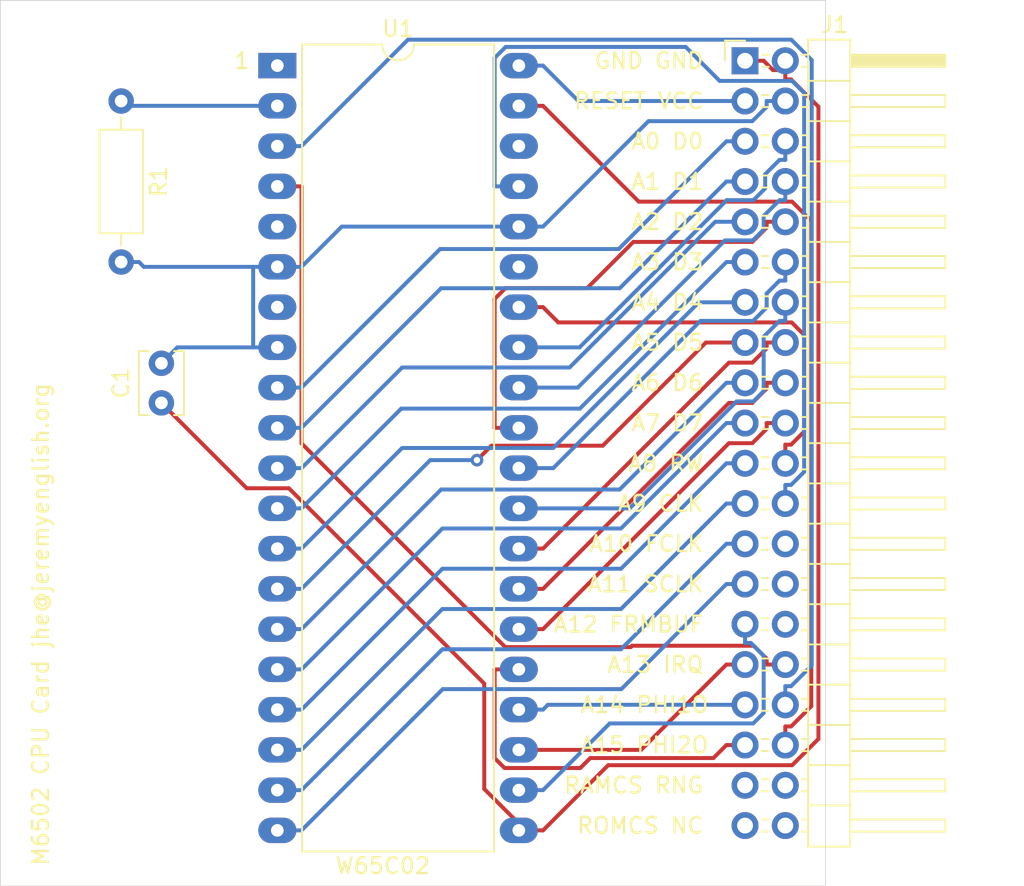
<source format=kicad_pcb>
(kicad_pcb (version 20171130) (host pcbnew "(5.1.12)-1")

  (general
    (thickness 1.6)
    (drawings 28)
    (tracks 229)
    (zones 0)
    (modules 4)
    (nets 46)
  )

  (page A4)
  (layers
    (0 F.Cu signal)
    (31 B.Cu signal)
    (32 B.Adhes user)
    (33 F.Adhes user)
    (34 B.Paste user)
    (35 F.Paste user)
    (36 B.SilkS user)
    (37 F.SilkS user)
    (38 B.Mask user)
    (39 F.Mask user)
    (40 Dwgs.User user)
    (41 Cmts.User user)
    (42 Eco1.User user)
    (43 Eco2.User user)
    (44 Edge.Cuts user)
    (45 Margin user)
    (46 B.CrtYd user)
    (47 F.CrtYd user)
    (48 B.Fab user)
    (49 F.Fab user)
  )

  (setup
    (last_trace_width 0.25)
    (trace_clearance 0.2)
    (zone_clearance 0.508)
    (zone_45_only no)
    (trace_min 0.2)
    (via_size 0.8)
    (via_drill 0.4)
    (via_min_size 0.4)
    (via_min_drill 0.3)
    (uvia_size 0.3)
    (uvia_drill 0.1)
    (uvias_allowed no)
    (uvia_min_size 0.2)
    (uvia_min_drill 0.1)
    (edge_width 0.05)
    (segment_width 0.2)
    (pcb_text_width 0.3)
    (pcb_text_size 1.5 1.5)
    (mod_edge_width 0.12)
    (mod_text_size 1 1)
    (mod_text_width 0.15)
    (pad_size 1.7 1.7)
    (pad_drill 1)
    (pad_to_mask_clearance 0)
    (aux_axis_origin 0 0)
    (visible_elements 7FFFFFFF)
    (pcbplotparams
      (layerselection 0x010fc_ffffffff)
      (usegerberextensions true)
      (usegerberattributes false)
      (usegerberadvancedattributes false)
      (creategerberjobfile false)
      (excludeedgelayer true)
      (linewidth 0.100000)
      (plotframeref false)
      (viasonmask false)
      (mode 1)
      (useauxorigin false)
      (hpglpennumber 1)
      (hpglpenspeed 20)
      (hpglpendiameter 15.000000)
      (psnegative false)
      (psa4output false)
      (plotreference true)
      (plotvalue false)
      (plotinvisibletext false)
      (padsonsilk false)
      (subtractmaskfromsilk true)
      (outputformat 1)
      (mirror false)
      (drillshape 0)
      (scaleselection 1)
      (outputdirectory ""))
  )

  (net 0 "")
  (net 1 GND)
  (net 2 "Net-(J1-Pad20)")
  (net 3 +5V)
  (net 4 "Net-(J1-Pad19)")
  (net 5 /D0)
  (net 6 /A15)
  (net 7 /D1)
  (net 8 /A14)
  (net 9 /D2)
  (net 10 /A13)
  (net 11 /D3)
  (net 12 /A12)
  (net 13 /D4)
  (net 14 /A11)
  (net 15 /D5)
  (net 16 /A10)
  (net 17 /D6)
  (net 18 /A9)
  (net 19 /D7)
  (net 20 /A8)
  (net 21 /RW)
  (net 22 /A7)
  (net 23 /CLK)
  (net 24 /A6)
  (net 25 /FCLK)
  (net 26 /A5)
  (net 27 /SCLK)
  (net 28 /A4)
  (net 29 /FRMBUF)
  (net 30 /A3)
  (net 31 /IRQ)
  (net 32 /A2)
  (net 33 /PHI1out)
  (net 34 /A1)
  (net 35 /PHI2out)
  (net 36 /A0)
  (net 37 /RNG)
  (net 38 /RESET)
  (net 39 "Net-(J1-Pad21)")
  (net 40 "Net-(R1-Pad1)")
  (net 41 "Net-(U1-Pad1)")
  (net 42 "Net-(U1-Pad5)")
  (net 43 "Net-(U1-Pad7)")
  (net 44 "Net-(U1-Pad35)")
  (net 45 "Net-(U1-Pad38)")

  (net_class Default "This is the default net class."
    (clearance 0.2)
    (trace_width 0.25)
    (via_dia 0.8)
    (via_drill 0.4)
    (uvia_dia 0.3)
    (uvia_drill 0.1)
    (add_net +5V)
    (add_net /A0)
    (add_net /A1)
    (add_net /A10)
    (add_net /A11)
    (add_net /A12)
    (add_net /A13)
    (add_net /A14)
    (add_net /A15)
    (add_net /A2)
    (add_net /A3)
    (add_net /A4)
    (add_net /A5)
    (add_net /A6)
    (add_net /A7)
    (add_net /A8)
    (add_net /A9)
    (add_net /CLK)
    (add_net /D0)
    (add_net /D1)
    (add_net /D2)
    (add_net /D3)
    (add_net /D4)
    (add_net /D5)
    (add_net /D6)
    (add_net /D7)
    (add_net /FCLK)
    (add_net /FRMBUF)
    (add_net /IRQ)
    (add_net /PHI1out)
    (add_net /PHI2out)
    (add_net /RESET)
    (add_net /RNG)
    (add_net /RW)
    (add_net /SCLK)
    (add_net GND)
    (add_net "Net-(J1-Pad19)")
    (add_net "Net-(J1-Pad20)")
    (add_net "Net-(J1-Pad21)")
    (add_net "Net-(R1-Pad1)")
    (add_net "Net-(U1-Pad1)")
    (add_net "Net-(U1-Pad35)")
    (add_net "Net-(U1-Pad38)")
    (add_net "Net-(U1-Pad5)")
    (add_net "Net-(U1-Pad7)")
  )

  (module m6502:PinHeader_2x20_P2.54mm_Horizontal_Counter_Clockwise (layer F.Cu) (tedit 633AA30E) (tstamp 633B5AE5)
    (at 156.21 48.26)
    (descr "Through hole angled pin header, 2x20, 2.54mm pitch, 6mm pin length, double rows")
    (tags "Through hole angled pin header THT 2x20 2.54mm double row")
    (path /63389230)
    (fp_text reference J1 (at 5.655 -2.27 180) (layer F.SilkS)
      (effects (font (size 1 1) (thickness 0.15)))
    )
    (fp_text value Conn_02x20_Counter_Clockwise (at 5.655 50.53 180) (layer F.Fab)
      (effects (font (size 1 1) (thickness 0.15)))
    )
    (fp_line (start 4.675 -1.27) (end 6.58 -1.27) (layer F.Fab) (width 0.1))
    (fp_line (start 6.58 -1.27) (end 6.58 49.53) (layer F.Fab) (width 0.1))
    (fp_line (start 6.58 49.53) (end 4.04 49.53) (layer F.Fab) (width 0.1))
    (fp_line (start 4.04 49.53) (end 4.04 -0.635) (layer F.Fab) (width 0.1))
    (fp_line (start 4.04 -0.635) (end 4.675 -1.27) (layer F.Fab) (width 0.1))
    (fp_line (start -0.32 -0.32) (end 4.04 -0.32) (layer F.Fab) (width 0.1))
    (fp_line (start -0.32 -0.32) (end -0.32 0.32) (layer F.Fab) (width 0.1))
    (fp_line (start -0.32 0.32) (end 4.04 0.32) (layer F.Fab) (width 0.1))
    (fp_line (start 6.58 -0.32) (end 12.58 -0.32) (layer F.Fab) (width 0.1))
    (fp_line (start 12.58 -0.32) (end 12.58 0.32) (layer F.Fab) (width 0.1))
    (fp_line (start 6.58 0.32) (end 12.58 0.32) (layer F.Fab) (width 0.1))
    (fp_line (start -0.32 2.22) (end 4.04 2.22) (layer F.Fab) (width 0.1))
    (fp_line (start -0.32 2.22) (end -0.32 2.86) (layer F.Fab) (width 0.1))
    (fp_line (start -0.32 2.86) (end 4.04 2.86) (layer F.Fab) (width 0.1))
    (fp_line (start 6.58 2.22) (end 12.58 2.22) (layer F.Fab) (width 0.1))
    (fp_line (start 12.58 2.22) (end 12.58 2.86) (layer F.Fab) (width 0.1))
    (fp_line (start 6.58 2.86) (end 12.58 2.86) (layer F.Fab) (width 0.1))
    (fp_line (start -0.32 4.76) (end 4.04 4.76) (layer F.Fab) (width 0.1))
    (fp_line (start -0.32 4.76) (end -0.32 5.4) (layer F.Fab) (width 0.1))
    (fp_line (start -0.32 5.4) (end 4.04 5.4) (layer F.Fab) (width 0.1))
    (fp_line (start 6.58 4.76) (end 12.58 4.76) (layer F.Fab) (width 0.1))
    (fp_line (start 12.58 4.76) (end 12.58 5.4) (layer F.Fab) (width 0.1))
    (fp_line (start 6.58 5.4) (end 12.58 5.4) (layer F.Fab) (width 0.1))
    (fp_line (start -0.32 7.3) (end 4.04 7.3) (layer F.Fab) (width 0.1))
    (fp_line (start -0.32 7.3) (end -0.32 7.94) (layer F.Fab) (width 0.1))
    (fp_line (start -0.32 7.94) (end 4.04 7.94) (layer F.Fab) (width 0.1))
    (fp_line (start 6.58 7.3) (end 12.58 7.3) (layer F.Fab) (width 0.1))
    (fp_line (start 12.58 7.3) (end 12.58 7.94) (layer F.Fab) (width 0.1))
    (fp_line (start 6.58 7.94) (end 12.58 7.94) (layer F.Fab) (width 0.1))
    (fp_line (start -0.32 9.84) (end 4.04 9.84) (layer F.Fab) (width 0.1))
    (fp_line (start -0.32 9.84) (end -0.32 10.48) (layer F.Fab) (width 0.1))
    (fp_line (start -0.32 10.48) (end 4.04 10.48) (layer F.Fab) (width 0.1))
    (fp_line (start 6.58 9.84) (end 12.58 9.84) (layer F.Fab) (width 0.1))
    (fp_line (start 12.58 9.84) (end 12.58 10.48) (layer F.Fab) (width 0.1))
    (fp_line (start 6.58 10.48) (end 12.58 10.48) (layer F.Fab) (width 0.1))
    (fp_line (start -0.32 12.38) (end 4.04 12.38) (layer F.Fab) (width 0.1))
    (fp_line (start -0.32 12.38) (end -0.32 13.02) (layer F.Fab) (width 0.1))
    (fp_line (start -0.32 13.02) (end 4.04 13.02) (layer F.Fab) (width 0.1))
    (fp_line (start 6.58 12.38) (end 12.58 12.38) (layer F.Fab) (width 0.1))
    (fp_line (start 12.58 12.38) (end 12.58 13.02) (layer F.Fab) (width 0.1))
    (fp_line (start 6.58 13.02) (end 12.58 13.02) (layer F.Fab) (width 0.1))
    (fp_line (start -0.32 14.92) (end 4.04 14.92) (layer F.Fab) (width 0.1))
    (fp_line (start -0.32 14.92) (end -0.32 15.56) (layer F.Fab) (width 0.1))
    (fp_line (start -0.32 15.56) (end 4.04 15.56) (layer F.Fab) (width 0.1))
    (fp_line (start 6.58 14.92) (end 12.58 14.92) (layer F.Fab) (width 0.1))
    (fp_line (start 12.58 14.92) (end 12.58 15.56) (layer F.Fab) (width 0.1))
    (fp_line (start 6.58 15.56) (end 12.58 15.56) (layer F.Fab) (width 0.1))
    (fp_line (start -0.32 17.46) (end 4.04 17.46) (layer F.Fab) (width 0.1))
    (fp_line (start -0.32 17.46) (end -0.32 18.1) (layer F.Fab) (width 0.1))
    (fp_line (start -0.32 18.1) (end 4.04 18.1) (layer F.Fab) (width 0.1))
    (fp_line (start 6.58 17.46) (end 12.58 17.46) (layer F.Fab) (width 0.1))
    (fp_line (start 12.58 17.46) (end 12.58 18.1) (layer F.Fab) (width 0.1))
    (fp_line (start 6.58 18.1) (end 12.58 18.1) (layer F.Fab) (width 0.1))
    (fp_line (start -0.32 20) (end 4.04 20) (layer F.Fab) (width 0.1))
    (fp_line (start -0.32 20) (end -0.32 20.64) (layer F.Fab) (width 0.1))
    (fp_line (start -0.32 20.64) (end 4.04 20.64) (layer F.Fab) (width 0.1))
    (fp_line (start 6.58 20) (end 12.58 20) (layer F.Fab) (width 0.1))
    (fp_line (start 12.58 20) (end 12.58 20.64) (layer F.Fab) (width 0.1))
    (fp_line (start 6.58 20.64) (end 12.58 20.64) (layer F.Fab) (width 0.1))
    (fp_line (start -0.32 22.54) (end 4.04 22.54) (layer F.Fab) (width 0.1))
    (fp_line (start -0.32 22.54) (end -0.32 23.18) (layer F.Fab) (width 0.1))
    (fp_line (start -0.32 23.18) (end 4.04 23.18) (layer F.Fab) (width 0.1))
    (fp_line (start 6.58 22.54) (end 12.58 22.54) (layer F.Fab) (width 0.1))
    (fp_line (start 12.58 22.54) (end 12.58 23.18) (layer F.Fab) (width 0.1))
    (fp_line (start 6.58 23.18) (end 12.58 23.18) (layer F.Fab) (width 0.1))
    (fp_line (start -0.32 25.08) (end 4.04 25.08) (layer F.Fab) (width 0.1))
    (fp_line (start -0.32 25.08) (end -0.32 25.72) (layer F.Fab) (width 0.1))
    (fp_line (start -0.32 25.72) (end 4.04 25.72) (layer F.Fab) (width 0.1))
    (fp_line (start 6.58 25.08) (end 12.58 25.08) (layer F.Fab) (width 0.1))
    (fp_line (start 12.58 25.08) (end 12.58 25.72) (layer F.Fab) (width 0.1))
    (fp_line (start 6.58 25.72) (end 12.58 25.72) (layer F.Fab) (width 0.1))
    (fp_line (start -0.32 27.62) (end 4.04 27.62) (layer F.Fab) (width 0.1))
    (fp_line (start -0.32 27.62) (end -0.32 28.26) (layer F.Fab) (width 0.1))
    (fp_line (start -0.32 28.26) (end 4.04 28.26) (layer F.Fab) (width 0.1))
    (fp_line (start 6.58 27.62) (end 12.58 27.62) (layer F.Fab) (width 0.1))
    (fp_line (start 12.58 27.62) (end 12.58 28.26) (layer F.Fab) (width 0.1))
    (fp_line (start 6.58 28.26) (end 12.58 28.26) (layer F.Fab) (width 0.1))
    (fp_line (start -0.32 30.16) (end 4.04 30.16) (layer F.Fab) (width 0.1))
    (fp_line (start -0.32 30.16) (end -0.32 30.8) (layer F.Fab) (width 0.1))
    (fp_line (start -0.32 30.8) (end 4.04 30.8) (layer F.Fab) (width 0.1))
    (fp_line (start 6.58 30.16) (end 12.58 30.16) (layer F.Fab) (width 0.1))
    (fp_line (start 12.58 30.16) (end 12.58 30.8) (layer F.Fab) (width 0.1))
    (fp_line (start 6.58 30.8) (end 12.58 30.8) (layer F.Fab) (width 0.1))
    (fp_line (start -0.32 32.7) (end 4.04 32.7) (layer F.Fab) (width 0.1))
    (fp_line (start -0.32 32.7) (end -0.32 33.34) (layer F.Fab) (width 0.1))
    (fp_line (start -0.32 33.34) (end 4.04 33.34) (layer F.Fab) (width 0.1))
    (fp_line (start 6.58 32.7) (end 12.58 32.7) (layer F.Fab) (width 0.1))
    (fp_line (start 12.58 32.7) (end 12.58 33.34) (layer F.Fab) (width 0.1))
    (fp_line (start 6.58 33.34) (end 12.58 33.34) (layer F.Fab) (width 0.1))
    (fp_line (start -0.32 35.24) (end 4.04 35.24) (layer F.Fab) (width 0.1))
    (fp_line (start -0.32 35.24) (end -0.32 35.88) (layer F.Fab) (width 0.1))
    (fp_line (start -0.32 35.88) (end 4.04 35.88) (layer F.Fab) (width 0.1))
    (fp_line (start 6.58 35.24) (end 12.58 35.24) (layer F.Fab) (width 0.1))
    (fp_line (start 12.58 35.24) (end 12.58 35.88) (layer F.Fab) (width 0.1))
    (fp_line (start 6.58 35.88) (end 12.58 35.88) (layer F.Fab) (width 0.1))
    (fp_line (start -0.32 37.78) (end 4.04 37.78) (layer F.Fab) (width 0.1))
    (fp_line (start -0.32 37.78) (end -0.32 38.42) (layer F.Fab) (width 0.1))
    (fp_line (start -0.32 38.42) (end 4.04 38.42) (layer F.Fab) (width 0.1))
    (fp_line (start 6.58 37.78) (end 12.58 37.78) (layer F.Fab) (width 0.1))
    (fp_line (start 12.58 37.78) (end 12.58 38.42) (layer F.Fab) (width 0.1))
    (fp_line (start 6.58 38.42) (end 12.58 38.42) (layer F.Fab) (width 0.1))
    (fp_line (start -0.32 40.32) (end 4.04 40.32) (layer F.Fab) (width 0.1))
    (fp_line (start -0.32 40.32) (end -0.32 40.96) (layer F.Fab) (width 0.1))
    (fp_line (start -0.32 40.96) (end 4.04 40.96) (layer F.Fab) (width 0.1))
    (fp_line (start 6.58 40.32) (end 12.58 40.32) (layer F.Fab) (width 0.1))
    (fp_line (start 12.58 40.32) (end 12.58 40.96) (layer F.Fab) (width 0.1))
    (fp_line (start 6.58 40.96) (end 12.58 40.96) (layer F.Fab) (width 0.1))
    (fp_line (start -0.32 42.86) (end 4.04 42.86) (layer F.Fab) (width 0.1))
    (fp_line (start -0.32 42.86) (end -0.32 43.5) (layer F.Fab) (width 0.1))
    (fp_line (start -0.32 43.5) (end 4.04 43.5) (layer F.Fab) (width 0.1))
    (fp_line (start 6.58 42.86) (end 12.58 42.86) (layer F.Fab) (width 0.1))
    (fp_line (start 12.58 42.86) (end 12.58 43.5) (layer F.Fab) (width 0.1))
    (fp_line (start 6.58 43.5) (end 12.58 43.5) (layer F.Fab) (width 0.1))
    (fp_line (start -0.32 45.4) (end 4.04 45.4) (layer F.Fab) (width 0.1))
    (fp_line (start -0.32 45.4) (end -0.32 46.04) (layer F.Fab) (width 0.1))
    (fp_line (start -0.32 46.04) (end 4.04 46.04) (layer F.Fab) (width 0.1))
    (fp_line (start 6.58 45.4) (end 12.58 45.4) (layer F.Fab) (width 0.1))
    (fp_line (start 12.58 45.4) (end 12.58 46.04) (layer F.Fab) (width 0.1))
    (fp_line (start 6.58 46.04) (end 12.58 46.04) (layer F.Fab) (width 0.1))
    (fp_line (start -0.32 47.94) (end 4.04 47.94) (layer F.Fab) (width 0.1))
    (fp_line (start -0.32 47.94) (end -0.32 48.58) (layer F.Fab) (width 0.1))
    (fp_line (start -0.32 48.58) (end 4.04 48.58) (layer F.Fab) (width 0.1))
    (fp_line (start 6.58 47.94) (end 12.58 47.94) (layer F.Fab) (width 0.1))
    (fp_line (start 12.58 47.94) (end 12.58 48.58) (layer F.Fab) (width 0.1))
    (fp_line (start 6.58 48.58) (end 12.58 48.58) (layer F.Fab) (width 0.1))
    (fp_line (start 3.98 -1.33) (end 3.98 49.59) (layer F.SilkS) (width 0.12))
    (fp_line (start 3.98 49.59) (end 6.64 49.59) (layer F.SilkS) (width 0.12))
    (fp_line (start 6.64 49.59) (end 6.64 -1.33) (layer F.SilkS) (width 0.12))
    (fp_line (start 6.64 -1.33) (end 3.98 -1.33) (layer F.SilkS) (width 0.12))
    (fp_line (start 6.64 -0.38) (end 12.64 -0.38) (layer F.SilkS) (width 0.12))
    (fp_line (start 12.64 -0.38) (end 12.64 0.38) (layer F.SilkS) (width 0.12))
    (fp_line (start 12.64 0.38) (end 6.64 0.38) (layer F.SilkS) (width 0.12))
    (fp_line (start 6.64 -0.32) (end 12.64 -0.32) (layer F.SilkS) (width 0.12))
    (fp_line (start 6.64 -0.2) (end 12.64 -0.2) (layer F.SilkS) (width 0.12))
    (fp_line (start 6.64 -0.08) (end 12.64 -0.08) (layer F.SilkS) (width 0.12))
    (fp_line (start 6.64 0.04) (end 12.64 0.04) (layer F.SilkS) (width 0.12))
    (fp_line (start 6.64 0.16) (end 12.64 0.16) (layer F.SilkS) (width 0.12))
    (fp_line (start 6.64 0.28) (end 12.64 0.28) (layer F.SilkS) (width 0.12))
    (fp_line (start 3.582929 -0.38) (end 3.98 -0.38) (layer F.SilkS) (width 0.12))
    (fp_line (start 3.582929 0.38) (end 3.98 0.38) (layer F.SilkS) (width 0.12))
    (fp_line (start 1.11 -0.38) (end 1.497071 -0.38) (layer F.SilkS) (width 0.12))
    (fp_line (start 1.11 0.38) (end 1.497071 0.38) (layer F.SilkS) (width 0.12))
    (fp_line (start 3.98 1.27) (end 6.64 1.27) (layer F.SilkS) (width 0.12))
    (fp_line (start 6.64 2.16) (end 12.64 2.16) (layer F.SilkS) (width 0.12))
    (fp_line (start 12.64 2.16) (end 12.64 2.92) (layer F.SilkS) (width 0.12))
    (fp_line (start 12.64 2.92) (end 6.64 2.92) (layer F.SilkS) (width 0.12))
    (fp_line (start 3.582929 2.16) (end 3.98 2.16) (layer F.SilkS) (width 0.12))
    (fp_line (start 3.582929 2.92) (end 3.98 2.92) (layer F.SilkS) (width 0.12))
    (fp_line (start 1.042929 2.16) (end 1.497071 2.16) (layer F.SilkS) (width 0.12))
    (fp_line (start 1.042929 2.92) (end 1.497071 2.92) (layer F.SilkS) (width 0.12))
    (fp_line (start 3.98 3.81) (end 6.64 3.81) (layer F.SilkS) (width 0.12))
    (fp_line (start 6.64 4.7) (end 12.64 4.7) (layer F.SilkS) (width 0.12))
    (fp_line (start 12.64 4.7) (end 12.64 5.46) (layer F.SilkS) (width 0.12))
    (fp_line (start 12.64 5.46) (end 6.64 5.46) (layer F.SilkS) (width 0.12))
    (fp_line (start 3.582929 4.7) (end 3.98 4.7) (layer F.SilkS) (width 0.12))
    (fp_line (start 3.582929 5.46) (end 3.98 5.46) (layer F.SilkS) (width 0.12))
    (fp_line (start 1.042929 4.7) (end 1.497071 4.7) (layer F.SilkS) (width 0.12))
    (fp_line (start 1.042929 5.46) (end 1.497071 5.46) (layer F.SilkS) (width 0.12))
    (fp_line (start 3.98 6.35) (end 6.64 6.35) (layer F.SilkS) (width 0.12))
    (fp_line (start 6.64 7.24) (end 12.64 7.24) (layer F.SilkS) (width 0.12))
    (fp_line (start 12.64 7.24) (end 12.64 8) (layer F.SilkS) (width 0.12))
    (fp_line (start 12.64 8) (end 6.64 8) (layer F.SilkS) (width 0.12))
    (fp_line (start 3.582929 7.24) (end 3.98 7.24) (layer F.SilkS) (width 0.12))
    (fp_line (start 3.582929 8) (end 3.98 8) (layer F.SilkS) (width 0.12))
    (fp_line (start 1.042929 7.24) (end 1.497071 7.24) (layer F.SilkS) (width 0.12))
    (fp_line (start 1.042929 8) (end 1.497071 8) (layer F.SilkS) (width 0.12))
    (fp_line (start 3.98 8.89) (end 6.64 8.89) (layer F.SilkS) (width 0.12))
    (fp_line (start 6.64 9.78) (end 12.64 9.78) (layer F.SilkS) (width 0.12))
    (fp_line (start 12.64 9.78) (end 12.64 10.54) (layer F.SilkS) (width 0.12))
    (fp_line (start 12.64 10.54) (end 6.64 10.54) (layer F.SilkS) (width 0.12))
    (fp_line (start 3.582929 9.78) (end 3.98 9.78) (layer F.SilkS) (width 0.12))
    (fp_line (start 3.582929 10.54) (end 3.98 10.54) (layer F.SilkS) (width 0.12))
    (fp_line (start 1.042929 9.78) (end 1.497071 9.78) (layer F.SilkS) (width 0.12))
    (fp_line (start 1.042929 10.54) (end 1.497071 10.54) (layer F.SilkS) (width 0.12))
    (fp_line (start 3.98 11.43) (end 6.64 11.43) (layer F.SilkS) (width 0.12))
    (fp_line (start 6.64 12.32) (end 12.64 12.32) (layer F.SilkS) (width 0.12))
    (fp_line (start 12.64 12.32) (end 12.64 13.08) (layer F.SilkS) (width 0.12))
    (fp_line (start 12.64 13.08) (end 6.64 13.08) (layer F.SilkS) (width 0.12))
    (fp_line (start 3.582929 12.32) (end 3.98 12.32) (layer F.SilkS) (width 0.12))
    (fp_line (start 3.582929 13.08) (end 3.98 13.08) (layer F.SilkS) (width 0.12))
    (fp_line (start 1.042929 12.32) (end 1.497071 12.32) (layer F.SilkS) (width 0.12))
    (fp_line (start 1.042929 13.08) (end 1.497071 13.08) (layer F.SilkS) (width 0.12))
    (fp_line (start 3.98 13.97) (end 6.64 13.97) (layer F.SilkS) (width 0.12))
    (fp_line (start 6.64 14.86) (end 12.64 14.86) (layer F.SilkS) (width 0.12))
    (fp_line (start 12.64 14.86) (end 12.64 15.62) (layer F.SilkS) (width 0.12))
    (fp_line (start 12.64 15.62) (end 6.64 15.62) (layer F.SilkS) (width 0.12))
    (fp_line (start 3.582929 14.86) (end 3.98 14.86) (layer F.SilkS) (width 0.12))
    (fp_line (start 3.582929 15.62) (end 3.98 15.62) (layer F.SilkS) (width 0.12))
    (fp_line (start 1.042929 14.86) (end 1.497071 14.86) (layer F.SilkS) (width 0.12))
    (fp_line (start 1.042929 15.62) (end 1.497071 15.62) (layer F.SilkS) (width 0.12))
    (fp_line (start 3.98 16.51) (end 6.64 16.51) (layer F.SilkS) (width 0.12))
    (fp_line (start 6.64 17.4) (end 12.64 17.4) (layer F.SilkS) (width 0.12))
    (fp_line (start 12.64 17.4) (end 12.64 18.16) (layer F.SilkS) (width 0.12))
    (fp_line (start 12.64 18.16) (end 6.64 18.16) (layer F.SilkS) (width 0.12))
    (fp_line (start 3.582929 17.4) (end 3.98 17.4) (layer F.SilkS) (width 0.12))
    (fp_line (start 3.582929 18.16) (end 3.98 18.16) (layer F.SilkS) (width 0.12))
    (fp_line (start 1.042929 17.4) (end 1.497071 17.4) (layer F.SilkS) (width 0.12))
    (fp_line (start 1.042929 18.16) (end 1.497071 18.16) (layer F.SilkS) (width 0.12))
    (fp_line (start 3.98 19.05) (end 6.64 19.05) (layer F.SilkS) (width 0.12))
    (fp_line (start 6.64 19.94) (end 12.64 19.94) (layer F.SilkS) (width 0.12))
    (fp_line (start 12.64 19.94) (end 12.64 20.7) (layer F.SilkS) (width 0.12))
    (fp_line (start 12.64 20.7) (end 6.64 20.7) (layer F.SilkS) (width 0.12))
    (fp_line (start 3.582929 19.94) (end 3.98 19.94) (layer F.SilkS) (width 0.12))
    (fp_line (start 3.582929 20.7) (end 3.98 20.7) (layer F.SilkS) (width 0.12))
    (fp_line (start 1.042929 19.94) (end 1.497071 19.94) (layer F.SilkS) (width 0.12))
    (fp_line (start 1.042929 20.7) (end 1.497071 20.7) (layer F.SilkS) (width 0.12))
    (fp_line (start 3.98 21.59) (end 6.64 21.59) (layer F.SilkS) (width 0.12))
    (fp_line (start 6.64 22.48) (end 12.64 22.48) (layer F.SilkS) (width 0.12))
    (fp_line (start 12.64 22.48) (end 12.64 23.24) (layer F.SilkS) (width 0.12))
    (fp_line (start 12.64 23.24) (end 6.64 23.24) (layer F.SilkS) (width 0.12))
    (fp_line (start 3.582929 22.48) (end 3.98 22.48) (layer F.SilkS) (width 0.12))
    (fp_line (start 3.582929 23.24) (end 3.98 23.24) (layer F.SilkS) (width 0.12))
    (fp_line (start 1.042929 22.48) (end 1.497071 22.48) (layer F.SilkS) (width 0.12))
    (fp_line (start 1.042929 23.24) (end 1.497071 23.24) (layer F.SilkS) (width 0.12))
    (fp_line (start 3.98 24.13) (end 6.64 24.13) (layer F.SilkS) (width 0.12))
    (fp_line (start 6.64 25.02) (end 12.64 25.02) (layer F.SilkS) (width 0.12))
    (fp_line (start 12.64 25.02) (end 12.64 25.78) (layer F.SilkS) (width 0.12))
    (fp_line (start 12.64 25.78) (end 6.64 25.78) (layer F.SilkS) (width 0.12))
    (fp_line (start 3.582929 25.02) (end 3.98 25.02) (layer F.SilkS) (width 0.12))
    (fp_line (start 3.582929 25.78) (end 3.98 25.78) (layer F.SilkS) (width 0.12))
    (fp_line (start 1.042929 25.02) (end 1.497071 25.02) (layer F.SilkS) (width 0.12))
    (fp_line (start 1.042929 25.78) (end 1.497071 25.78) (layer F.SilkS) (width 0.12))
    (fp_line (start 3.98 26.67) (end 6.64 26.67) (layer F.SilkS) (width 0.12))
    (fp_line (start 6.64 27.56) (end 12.64 27.56) (layer F.SilkS) (width 0.12))
    (fp_line (start 12.64 27.56) (end 12.64 28.32) (layer F.SilkS) (width 0.12))
    (fp_line (start 12.64 28.32) (end 6.64 28.32) (layer F.SilkS) (width 0.12))
    (fp_line (start 3.582929 27.56) (end 3.98 27.56) (layer F.SilkS) (width 0.12))
    (fp_line (start 3.582929 28.32) (end 3.98 28.32) (layer F.SilkS) (width 0.12))
    (fp_line (start 1.042929 27.56) (end 1.497071 27.56) (layer F.SilkS) (width 0.12))
    (fp_line (start 1.042929 28.32) (end 1.497071 28.32) (layer F.SilkS) (width 0.12))
    (fp_line (start 3.98 29.21) (end 6.64 29.21) (layer F.SilkS) (width 0.12))
    (fp_line (start 6.64 30.1) (end 12.64 30.1) (layer F.SilkS) (width 0.12))
    (fp_line (start 12.64 30.1) (end 12.64 30.86) (layer F.SilkS) (width 0.12))
    (fp_line (start 12.64 30.86) (end 6.64 30.86) (layer F.SilkS) (width 0.12))
    (fp_line (start 3.582929 30.1) (end 3.98 30.1) (layer F.SilkS) (width 0.12))
    (fp_line (start 3.582929 30.86) (end 3.98 30.86) (layer F.SilkS) (width 0.12))
    (fp_line (start 1.042929 30.1) (end 1.497071 30.1) (layer F.SilkS) (width 0.12))
    (fp_line (start 1.042929 30.86) (end 1.497071 30.86) (layer F.SilkS) (width 0.12))
    (fp_line (start 3.98 31.75) (end 6.64 31.75) (layer F.SilkS) (width 0.12))
    (fp_line (start 6.64 32.64) (end 12.64 32.64) (layer F.SilkS) (width 0.12))
    (fp_line (start 12.64 32.64) (end 12.64 33.4) (layer F.SilkS) (width 0.12))
    (fp_line (start 12.64 33.4) (end 6.64 33.4) (layer F.SilkS) (width 0.12))
    (fp_line (start 3.582929 32.64) (end 3.98 32.64) (layer F.SilkS) (width 0.12))
    (fp_line (start 3.582929 33.4) (end 3.98 33.4) (layer F.SilkS) (width 0.12))
    (fp_line (start 1.042929 32.64) (end 1.497071 32.64) (layer F.SilkS) (width 0.12))
    (fp_line (start 1.042929 33.4) (end 1.497071 33.4) (layer F.SilkS) (width 0.12))
    (fp_line (start 3.98 34.29) (end 6.64 34.29) (layer F.SilkS) (width 0.12))
    (fp_line (start 6.64 35.18) (end 12.64 35.18) (layer F.SilkS) (width 0.12))
    (fp_line (start 12.64 35.18) (end 12.64 35.94) (layer F.SilkS) (width 0.12))
    (fp_line (start 12.64 35.94) (end 6.64 35.94) (layer F.SilkS) (width 0.12))
    (fp_line (start 3.582929 35.18) (end 3.98 35.18) (layer F.SilkS) (width 0.12))
    (fp_line (start 3.582929 35.94) (end 3.98 35.94) (layer F.SilkS) (width 0.12))
    (fp_line (start 1.042929 35.18) (end 1.497071 35.18) (layer F.SilkS) (width 0.12))
    (fp_line (start 1.042929 35.94) (end 1.497071 35.94) (layer F.SilkS) (width 0.12))
    (fp_line (start 3.98 36.83) (end 6.64 36.83) (layer F.SilkS) (width 0.12))
    (fp_line (start 6.64 37.72) (end 12.64 37.72) (layer F.SilkS) (width 0.12))
    (fp_line (start 12.64 37.72) (end 12.64 38.48) (layer F.SilkS) (width 0.12))
    (fp_line (start 12.64 38.48) (end 6.64 38.48) (layer F.SilkS) (width 0.12))
    (fp_line (start 3.582929 37.72) (end 3.98 37.72) (layer F.SilkS) (width 0.12))
    (fp_line (start 3.582929 38.48) (end 3.98 38.48) (layer F.SilkS) (width 0.12))
    (fp_line (start 1.042929 37.72) (end 1.497071 37.72) (layer F.SilkS) (width 0.12))
    (fp_line (start 1.042929 38.48) (end 1.497071 38.48) (layer F.SilkS) (width 0.12))
    (fp_line (start 3.98 39.37) (end 6.64 39.37) (layer F.SilkS) (width 0.12))
    (fp_line (start 6.64 40.26) (end 12.64 40.26) (layer F.SilkS) (width 0.12))
    (fp_line (start 12.64 40.26) (end 12.64 41.02) (layer F.SilkS) (width 0.12))
    (fp_line (start 12.64 41.02) (end 6.64 41.02) (layer F.SilkS) (width 0.12))
    (fp_line (start 3.582929 40.26) (end 3.98 40.26) (layer F.SilkS) (width 0.12))
    (fp_line (start 3.582929 41.02) (end 3.98 41.02) (layer F.SilkS) (width 0.12))
    (fp_line (start 1.042929 40.26) (end 1.497071 40.26) (layer F.SilkS) (width 0.12))
    (fp_line (start 1.042929 41.02) (end 1.497071 41.02) (layer F.SilkS) (width 0.12))
    (fp_line (start 3.98 41.91) (end 6.64 41.91) (layer F.SilkS) (width 0.12))
    (fp_line (start 6.64 42.8) (end 12.64 42.8) (layer F.SilkS) (width 0.12))
    (fp_line (start 12.64 42.8) (end 12.64 43.56) (layer F.SilkS) (width 0.12))
    (fp_line (start 12.64 43.56) (end 6.64 43.56) (layer F.SilkS) (width 0.12))
    (fp_line (start 3.582929 42.8) (end 3.98 42.8) (layer F.SilkS) (width 0.12))
    (fp_line (start 3.582929 43.56) (end 3.98 43.56) (layer F.SilkS) (width 0.12))
    (fp_line (start 1.042929 42.8) (end 1.497071 42.8) (layer F.SilkS) (width 0.12))
    (fp_line (start 1.042929 43.56) (end 1.497071 43.56) (layer F.SilkS) (width 0.12))
    (fp_line (start 3.98 44.45) (end 6.64 44.45) (layer F.SilkS) (width 0.12))
    (fp_line (start 6.64 45.34) (end 12.64 45.34) (layer F.SilkS) (width 0.12))
    (fp_line (start 12.64 45.34) (end 12.64 46.1) (layer F.SilkS) (width 0.12))
    (fp_line (start 12.64 46.1) (end 6.64 46.1) (layer F.SilkS) (width 0.12))
    (fp_line (start 3.582929 45.34) (end 3.98 45.34) (layer F.SilkS) (width 0.12))
    (fp_line (start 3.582929 46.1) (end 3.98 46.1) (layer F.SilkS) (width 0.12))
    (fp_line (start 1.042929 45.34) (end 1.497071 45.34) (layer F.SilkS) (width 0.12))
    (fp_line (start 1.042929 46.1) (end 1.497071 46.1) (layer F.SilkS) (width 0.12))
    (fp_line (start 3.98 46.99) (end 6.64 46.99) (layer F.SilkS) (width 0.12))
    (fp_line (start 6.64 47.88) (end 12.64 47.88) (layer F.SilkS) (width 0.12))
    (fp_line (start 12.64 47.88) (end 12.64 48.64) (layer F.SilkS) (width 0.12))
    (fp_line (start 12.64 48.64) (end 6.64 48.64) (layer F.SilkS) (width 0.12))
    (fp_line (start 3.582929 47.88) (end 3.98 47.88) (layer F.SilkS) (width 0.12))
    (fp_line (start 3.582929 48.64) (end 3.98 48.64) (layer F.SilkS) (width 0.12))
    (fp_line (start 1.042929 47.88) (end 1.497071 47.88) (layer F.SilkS) (width 0.12))
    (fp_line (start 1.042929 48.64) (end 1.497071 48.64) (layer F.SilkS) (width 0.12))
    (fp_line (start -1.27 0) (end -1.27 -1.27) (layer F.SilkS) (width 0.12))
    (fp_line (start -1.27 -1.27) (end 0 -1.27) (layer F.SilkS) (width 0.12))
    (fp_line (start -1.8 -1.8) (end -1.8 50.05) (layer F.CrtYd) (width 0.05))
    (fp_line (start -1.8 50.05) (end 13.1 50.05) (layer F.CrtYd) (width 0.05))
    (fp_line (start 13.1 50.05) (end 13.1 -1.8) (layer F.CrtYd) (width 0.05))
    (fp_line (start 13.1 -1.8) (end -1.8 -1.8) (layer F.CrtYd) (width 0.05))
    (fp_text user %R (at 5.31 24.13 270) (layer F.Fab)
      (effects (font (size 1 1) (thickness 0.15)))
    )
    (pad 21 thru_hole oval (at 2.54 48.26) (size 1.7 1.7) (drill 1) (layers *.Cu *.Mask)
      (net 39 "Net-(J1-Pad21)"))
    (pad 20 thru_hole oval (at 0 48.26) (size 1.7 1.7) (drill 1) (layers *.Cu *.Mask)
      (net 2 "Net-(J1-Pad20)"))
    (pad 22 thru_hole oval (at 2.54 45.72) (size 1.7 1.7) (drill 1) (layers *.Cu *.Mask)
      (net 37 /RNG))
    (pad 19 thru_hole oval (at 0 45.72) (size 1.7 1.7) (drill 1) (layers *.Cu *.Mask)
      (net 4 "Net-(J1-Pad19)"))
    (pad 23 thru_hole oval (at 2.54 43.18) (size 1.7 1.7) (drill 1) (layers *.Cu *.Mask)
      (net 35 /PHI2out))
    (pad 18 thru_hole oval (at 0 43.18) (size 1.7 1.7) (drill 1) (layers *.Cu *.Mask)
      (net 6 /A15))
    (pad 24 thru_hole oval (at 2.54 40.64) (size 1.7 1.7) (drill 1) (layers *.Cu *.Mask)
      (net 33 /PHI1out))
    (pad 17 thru_hole oval (at 0 40.64) (size 1.7 1.7) (drill 1) (layers *.Cu *.Mask)
      (net 8 /A14))
    (pad 25 thru_hole oval (at 2.54 38.1) (size 1.7 1.7) (drill 1) (layers *.Cu *.Mask)
      (net 31 /IRQ))
    (pad 16 thru_hole oval (at 0 38.1) (size 1.7 1.7) (drill 1) (layers *.Cu *.Mask)
      (net 10 /A13))
    (pad 26 thru_hole oval (at 2.54 35.56) (size 1.7 1.7) (drill 1) (layers *.Cu *.Mask)
      (net 29 /FRMBUF))
    (pad 15 thru_hole oval (at 0 35.56) (size 1.7 1.7) (drill 1) (layers *.Cu *.Mask)
      (net 12 /A12))
    (pad 27 thru_hole oval (at 2.54 33.02) (size 1.7 1.7) (drill 1) (layers *.Cu *.Mask)
      (net 27 /SCLK))
    (pad 14 thru_hole oval (at 0 33.02) (size 1.7 1.7) (drill 1) (layers *.Cu *.Mask)
      (net 14 /A11))
    (pad 28 thru_hole oval (at 2.54 30.48) (size 1.7 1.7) (drill 1) (layers *.Cu *.Mask)
      (net 25 /FCLK))
    (pad 13 thru_hole oval (at 0 30.48) (size 1.7 1.7) (drill 1) (layers *.Cu *.Mask)
      (net 16 /A10))
    (pad 29 thru_hole oval (at 2.54 27.94) (size 1.7 1.7) (drill 1) (layers *.Cu *.Mask)
      (net 23 /CLK))
    (pad 12 thru_hole oval (at 0 27.94) (size 1.7 1.7) (drill 1) (layers *.Cu *.Mask)
      (net 18 /A9))
    (pad 30 thru_hole oval (at 2.54 25.4) (size 1.7 1.7) (drill 1) (layers *.Cu *.Mask)
      (net 21 /RW))
    (pad 11 thru_hole oval (at 0 25.4) (size 1.7 1.7) (drill 1) (layers *.Cu *.Mask)
      (net 20 /A8))
    (pad 31 thru_hole oval (at 2.54 22.86) (size 1.7 1.7) (drill 1) (layers *.Cu *.Mask)
      (net 19 /D7))
    (pad 10 thru_hole oval (at 0 22.86) (size 1.7 1.7) (drill 1) (layers *.Cu *.Mask)
      (net 22 /A7))
    (pad 32 thru_hole oval (at 2.54 20.32) (size 1.7 1.7) (drill 1) (layers *.Cu *.Mask)
      (net 17 /D6))
    (pad 9 thru_hole oval (at 0 20.32) (size 1.7 1.7) (drill 1) (layers *.Cu *.Mask)
      (net 24 /A6))
    (pad 33 thru_hole oval (at 2.54 17.78) (size 1.7 1.7) (drill 1) (layers *.Cu *.Mask)
      (net 15 /D5))
    (pad 8 thru_hole oval (at 0 17.78) (size 1.7 1.7) (drill 1) (layers *.Cu *.Mask)
      (net 26 /A5))
    (pad 34 thru_hole oval (at 2.54 15.24) (size 1.7 1.7) (drill 1) (layers *.Cu *.Mask)
      (net 13 /D4))
    (pad 7 thru_hole oval (at 0 15.24) (size 1.7 1.7) (drill 1) (layers *.Cu *.Mask)
      (net 28 /A4))
    (pad 35 thru_hole oval (at 2.54 12.7) (size 1.7 1.7) (drill 1) (layers *.Cu *.Mask)
      (net 11 /D3))
    (pad 6 thru_hole oval (at 0 12.7) (size 1.7 1.7) (drill 1) (layers *.Cu *.Mask)
      (net 30 /A3))
    (pad 36 thru_hole oval (at 2.54 10.16) (size 1.7 1.7) (drill 1) (layers *.Cu *.Mask)
      (net 9 /D2))
    (pad 5 thru_hole oval (at 0 10.16) (size 1.7 1.7) (drill 1) (layers *.Cu *.Mask)
      (net 32 /A2))
    (pad 37 thru_hole oval (at 2.54 7.62) (size 1.7 1.7) (drill 1) (layers *.Cu *.Mask)
      (net 7 /D1))
    (pad 4 thru_hole oval (at 0 7.62) (size 1.7 1.7) (drill 1) (layers *.Cu *.Mask)
      (net 34 /A1))
    (pad 38 thru_hole oval (at 2.54 5.08) (size 1.7 1.7) (drill 1) (layers *.Cu *.Mask)
      (net 5 /D0))
    (pad 3 thru_hole oval (at 0 5.08) (size 1.7 1.7) (drill 1) (layers *.Cu *.Mask)
      (net 36 /A0))
    (pad 39 thru_hole oval (at 2.54 2.54) (size 1.7 1.7) (drill 1) (layers *.Cu *.Mask)
      (net 3 +5V))
    (pad 2 thru_hole oval (at 0 2.54) (size 1.7 1.7) (drill 1) (layers *.Cu *.Mask)
      (net 38 /RESET))
    (pad 40 thru_hole oval (at 2.54 0) (size 1.7 1.7) (drill 1) (layers *.Cu *.Mask)
      (net 1 GND))
    (pad 1 thru_hole rect (at 0 0) (size 1.7 1.7) (drill 1) (layers *.Cu *.Mask)
      (net 1 GND))
    (model ${KISYS3DMOD}/Connector_PinHeader_2.54mm.3dshapes/PinHeader_2x20_P2.54mm_Horizontal.wrl
      (at (xyz 0 0 0))
      (scale (xyz 1 1 1))
      (rotate (xyz 0 0 0))
    )
  )

  (module Resistor_THT:R_Axial_DIN0207_L6.3mm_D2.5mm_P10.16mm_Horizontal (layer F.Cu) (tedit 5AE5139B) (tstamp 633B645D)
    (at 116.84 50.8 270)
    (descr "Resistor, Axial_DIN0207 series, Axial, Horizontal, pin pitch=10.16mm, 0.25W = 1/4W, length*diameter=6.3*2.5mm^2, http://cdn-reichelt.de/documents/datenblatt/B400/1_4W%23YAG.pdf")
    (tags "Resistor Axial_DIN0207 series Axial Horizontal pin pitch 10.16mm 0.25W = 1/4W length 6.3mm diameter 2.5mm")
    (path /6342AFA2)
    (fp_text reference R1 (at 5.08 -2.37 90) (layer F.SilkS)
      (effects (font (size 1 1) (thickness 0.15)))
    )
    (fp_text value 1k (at 5.08 2.37 90) (layer F.Fab)
      (effects (font (size 1 1) (thickness 0.15)))
    )
    (fp_line (start 1.93 -1.25) (end 1.93 1.25) (layer F.Fab) (width 0.1))
    (fp_line (start 1.93 1.25) (end 8.23 1.25) (layer F.Fab) (width 0.1))
    (fp_line (start 8.23 1.25) (end 8.23 -1.25) (layer F.Fab) (width 0.1))
    (fp_line (start 8.23 -1.25) (end 1.93 -1.25) (layer F.Fab) (width 0.1))
    (fp_line (start 0 0) (end 1.93 0) (layer F.Fab) (width 0.1))
    (fp_line (start 10.16 0) (end 8.23 0) (layer F.Fab) (width 0.1))
    (fp_line (start 1.81 -1.37) (end 1.81 1.37) (layer F.SilkS) (width 0.12))
    (fp_line (start 1.81 1.37) (end 8.35 1.37) (layer F.SilkS) (width 0.12))
    (fp_line (start 8.35 1.37) (end 8.35 -1.37) (layer F.SilkS) (width 0.12))
    (fp_line (start 8.35 -1.37) (end 1.81 -1.37) (layer F.SilkS) (width 0.12))
    (fp_line (start 1.04 0) (end 1.81 0) (layer F.SilkS) (width 0.12))
    (fp_line (start 9.12 0) (end 8.35 0) (layer F.SilkS) (width 0.12))
    (fp_line (start -1.05 -1.5) (end -1.05 1.5) (layer F.CrtYd) (width 0.05))
    (fp_line (start -1.05 1.5) (end 11.21 1.5) (layer F.CrtYd) (width 0.05))
    (fp_line (start 11.21 1.5) (end 11.21 -1.5) (layer F.CrtYd) (width 0.05))
    (fp_line (start 11.21 -1.5) (end -1.05 -1.5) (layer F.CrtYd) (width 0.05))
    (fp_text user %R (at 5.08 0 90) (layer F.Fab)
      (effects (font (size 1 1) (thickness 0.15)))
    )
    (pad 1 thru_hole circle (at 0 0 270) (size 1.6 1.6) (drill 0.8) (layers *.Cu *.Mask)
      (net 40 "Net-(R1-Pad1)"))
    (pad 2 thru_hole oval (at 10.16 0 270) (size 1.6 1.6) (drill 0.8) (layers *.Cu *.Mask)
      (net 3 +5V))
    (model ${KISYS3DMOD}/Resistor_THT.3dshapes/R_Axial_DIN0207_L6.3mm_D2.5mm_P10.16mm_Horizontal.wrl
      (at (xyz 0 0 0))
      (scale (xyz 1 1 1))
      (rotate (xyz 0 0 0))
    )
  )

  (module Package_DIP:DIP-40_W15.24mm_LongPads (layer F.Cu) (tedit 5A02E8C5) (tstamp 633B5B38)
    (at 126.695 48.565)
    (descr "40-lead though-hole mounted DIP package, row spacing 15.24 mm (600 mils), LongPads")
    (tags "THT DIP DIL PDIP 2.54mm 15.24mm 600mil LongPads")
    (path /633874FB)
    (fp_text reference U1 (at 7.62 -2.33) (layer F.SilkS)
      (effects (font (size 1 1) (thickness 0.15)))
    )
    (fp_text value W65C02 (at 7.62 50.59) (layer F.Fab)
      (effects (font (size 1 1) (thickness 0.15)))
    )
    (fp_line (start 1.255 -1.27) (end 14.985 -1.27) (layer F.Fab) (width 0.1))
    (fp_line (start 14.985 -1.27) (end 14.985 49.53) (layer F.Fab) (width 0.1))
    (fp_line (start 14.985 49.53) (end 0.255 49.53) (layer F.Fab) (width 0.1))
    (fp_line (start 0.255 49.53) (end 0.255 -0.27) (layer F.Fab) (width 0.1))
    (fp_line (start 0.255 -0.27) (end 1.255 -1.27) (layer F.Fab) (width 0.1))
    (fp_line (start 6.62 -1.33) (end 1.56 -1.33) (layer F.SilkS) (width 0.12))
    (fp_line (start 1.56 -1.33) (end 1.56 49.59) (layer F.SilkS) (width 0.12))
    (fp_line (start 1.56 49.59) (end 13.68 49.59) (layer F.SilkS) (width 0.12))
    (fp_line (start 13.68 49.59) (end 13.68 -1.33) (layer F.SilkS) (width 0.12))
    (fp_line (start 13.68 -1.33) (end 8.62 -1.33) (layer F.SilkS) (width 0.12))
    (fp_line (start -1.5 -1.55) (end -1.5 49.8) (layer F.CrtYd) (width 0.05))
    (fp_line (start -1.5 49.8) (end 16.7 49.8) (layer F.CrtYd) (width 0.05))
    (fp_line (start 16.7 49.8) (end 16.7 -1.55) (layer F.CrtYd) (width 0.05))
    (fp_line (start 16.7 -1.55) (end -1.5 -1.55) (layer F.CrtYd) (width 0.05))
    (fp_arc (start 7.62 -1.33) (end 6.62 -1.33) (angle -180) (layer F.SilkS) (width 0.12))
    (fp_text user %R (at 7.62 24.13) (layer F.Fab)
      (effects (font (size 1 1) (thickness 0.15)))
    )
    (pad 1 thru_hole rect (at 0 0) (size 2.4 1.6) (drill 0.8) (layers *.Cu *.Mask)
      (net 41 "Net-(U1-Pad1)"))
    (pad 21 thru_hole oval (at 15.24 48.26) (size 2.4 1.6) (drill 0.8) (layers *.Cu *.Mask)
      (net 1 GND))
    (pad 2 thru_hole oval (at 0 2.54) (size 2.4 1.6) (drill 0.8) (layers *.Cu *.Mask)
      (net 40 "Net-(R1-Pad1)"))
    (pad 22 thru_hole oval (at 15.24 45.72) (size 2.4 1.6) (drill 0.8) (layers *.Cu *.Mask)
      (net 12 /A12))
    (pad 3 thru_hole oval (at 0 5.08) (size 2.4 1.6) (drill 0.8) (layers *.Cu *.Mask)
      (net 33 /PHI1out))
    (pad 23 thru_hole oval (at 15.24 43.18) (size 2.4 1.6) (drill 0.8) (layers *.Cu *.Mask)
      (net 10 /A13))
    (pad 4 thru_hole oval (at 0 7.62) (size 2.4 1.6) (drill 0.8) (layers *.Cu *.Mask)
      (net 31 /IRQ))
    (pad 24 thru_hole oval (at 15.24 40.64) (size 2.4 1.6) (drill 0.8) (layers *.Cu *.Mask)
      (net 8 /A14))
    (pad 5 thru_hole oval (at 0 10.16) (size 2.4 1.6) (drill 0.8) (layers *.Cu *.Mask)
      (net 42 "Net-(U1-Pad5)"))
    (pad 25 thru_hole oval (at 15.24 38.1) (size 2.4 1.6) (drill 0.8) (layers *.Cu *.Mask)
      (net 6 /A15))
    (pad 6 thru_hole oval (at 0 12.7) (size 2.4 1.6) (drill 0.8) (layers *.Cu *.Mask)
      (net 3 +5V))
    (pad 26 thru_hole oval (at 15.24 35.56) (size 2.4 1.6) (drill 0.8) (layers *.Cu *.Mask)
      (net 19 /D7))
    (pad 7 thru_hole oval (at 0 15.24) (size 2.4 1.6) (drill 0.8) (layers *.Cu *.Mask)
      (net 43 "Net-(U1-Pad7)"))
    (pad 27 thru_hole oval (at 15.24 33.02) (size 2.4 1.6) (drill 0.8) (layers *.Cu *.Mask)
      (net 17 /D6))
    (pad 8 thru_hole oval (at 0 17.78) (size 2.4 1.6) (drill 0.8) (layers *.Cu *.Mask)
      (net 3 +5V))
    (pad 28 thru_hole oval (at 15.24 30.48) (size 2.4 1.6) (drill 0.8) (layers *.Cu *.Mask)
      (net 15 /D5))
    (pad 9 thru_hole oval (at 0 20.32) (size 2.4 1.6) (drill 0.8) (layers *.Cu *.Mask)
      (net 36 /A0))
    (pad 29 thru_hole oval (at 15.24 27.94) (size 2.4 1.6) (drill 0.8) (layers *.Cu *.Mask)
      (net 13 /D4))
    (pad 10 thru_hole oval (at 0 22.86) (size 2.4 1.6) (drill 0.8) (layers *.Cu *.Mask)
      (net 34 /A1))
    (pad 30 thru_hole oval (at 15.24 25.4) (size 2.4 1.6) (drill 0.8) (layers *.Cu *.Mask)
      (net 11 /D3))
    (pad 11 thru_hole oval (at 0 25.4) (size 2.4 1.6) (drill 0.8) (layers *.Cu *.Mask)
      (net 32 /A2))
    (pad 31 thru_hole oval (at 15.24 22.86) (size 2.4 1.6) (drill 0.8) (layers *.Cu *.Mask)
      (net 9 /D2))
    (pad 12 thru_hole oval (at 0 27.94) (size 2.4 1.6) (drill 0.8) (layers *.Cu *.Mask)
      (net 30 /A3))
    (pad 32 thru_hole oval (at 15.24 20.32) (size 2.4 1.6) (drill 0.8) (layers *.Cu *.Mask)
      (net 7 /D1))
    (pad 13 thru_hole oval (at 0 30.48) (size 2.4 1.6) (drill 0.8) (layers *.Cu *.Mask)
      (net 28 /A4))
    (pad 33 thru_hole oval (at 15.24 17.78) (size 2.4 1.6) (drill 0.8) (layers *.Cu *.Mask)
      (net 5 /D0))
    (pad 14 thru_hole oval (at 0 33.02) (size 2.4 1.6) (drill 0.8) (layers *.Cu *.Mask)
      (net 26 /A5))
    (pad 34 thru_hole oval (at 15.24 15.24) (size 2.4 1.6) (drill 0.8) (layers *.Cu *.Mask)
      (net 21 /RW))
    (pad 15 thru_hole oval (at 0 35.56) (size 2.4 1.6) (drill 0.8) (layers *.Cu *.Mask)
      (net 24 /A6))
    (pad 35 thru_hole oval (at 15.24 12.7) (size 2.4 1.6) (drill 0.8) (layers *.Cu *.Mask)
      (net 44 "Net-(U1-Pad35)"))
    (pad 16 thru_hole oval (at 0 38.1) (size 2.4 1.6) (drill 0.8) (layers *.Cu *.Mask)
      (net 22 /A7))
    (pad 36 thru_hole oval (at 15.24 10.16) (size 2.4 1.6) (drill 0.8) (layers *.Cu *.Mask)
      (net 3 +5V))
    (pad 17 thru_hole oval (at 0 40.64) (size 2.4 1.6) (drill 0.8) (layers *.Cu *.Mask)
      (net 20 /A8))
    (pad 37 thru_hole oval (at 15.24 7.62) (size 2.4 1.6) (drill 0.8) (layers *.Cu *.Mask)
      (net 23 /CLK))
    (pad 18 thru_hole oval (at 0 43.18) (size 2.4 1.6) (drill 0.8) (layers *.Cu *.Mask)
      (net 18 /A9))
    (pad 38 thru_hole oval (at 15.24 5.08) (size 2.4 1.6) (drill 0.8) (layers *.Cu *.Mask)
      (net 45 "Net-(U1-Pad38)"))
    (pad 19 thru_hole oval (at 0 45.72) (size 2.4 1.6) (drill 0.8) (layers *.Cu *.Mask)
      (net 16 /A10))
    (pad 39 thru_hole oval (at 15.24 2.54) (size 2.4 1.6) (drill 0.8) (layers *.Cu *.Mask)
      (net 35 /PHI2out))
    (pad 20 thru_hole oval (at 0 48.26) (size 2.4 1.6) (drill 0.8) (layers *.Cu *.Mask)
      (net 14 /A11))
    (pad 40 thru_hole oval (at 15.24 0) (size 2.4 1.6) (drill 0.8) (layers *.Cu *.Mask)
      (net 38 /RESET))
    (model ${KISYS3DMOD}/Package_DIP.3dshapes/DIP-40_W15.24mm.wrl
      (at (xyz 0 0 0))
      (scale (xyz 1 1 1))
      (rotate (xyz 0 0 0))
    )
  )

  (module Capacitor_THT:C_Disc_D3.8mm_W2.6mm_P2.50mm (layer F.Cu) (tedit 5AE50EF0) (tstamp 633BC8EE)
    (at 119.38 69.85 90)
    (descr "C, Disc series, Radial, pin pitch=2.50mm, , diameter*width=3.8*2.6mm^2, Capacitor, http://www.vishay.com/docs/45233/krseries.pdf")
    (tags "C Disc series Radial pin pitch 2.50mm  diameter 3.8mm width 2.6mm Capacitor")
    (path /633B9BE4)
    (fp_text reference C1 (at 1.25 -2.55 90) (layer F.SilkS)
      (effects (font (size 1 1) (thickness 0.15)))
    )
    (fp_text value 0.1uF (at 1.25 2.55 90) (layer F.Fab)
      (effects (font (size 1 1) (thickness 0.15)))
    )
    (fp_line (start 3.55 -1.55) (end -1.05 -1.55) (layer F.CrtYd) (width 0.05))
    (fp_line (start 3.55 1.55) (end 3.55 -1.55) (layer F.CrtYd) (width 0.05))
    (fp_line (start -1.05 1.55) (end 3.55 1.55) (layer F.CrtYd) (width 0.05))
    (fp_line (start -1.05 -1.55) (end -1.05 1.55) (layer F.CrtYd) (width 0.05))
    (fp_line (start 3.27 0.795) (end 3.27 1.42) (layer F.SilkS) (width 0.12))
    (fp_line (start 3.27 -1.42) (end 3.27 -0.795) (layer F.SilkS) (width 0.12))
    (fp_line (start -0.77 0.795) (end -0.77 1.42) (layer F.SilkS) (width 0.12))
    (fp_line (start -0.77 -1.42) (end -0.77 -0.795) (layer F.SilkS) (width 0.12))
    (fp_line (start -0.77 1.42) (end 3.27 1.42) (layer F.SilkS) (width 0.12))
    (fp_line (start -0.77 -1.42) (end 3.27 -1.42) (layer F.SilkS) (width 0.12))
    (fp_line (start 3.15 -1.3) (end -0.65 -1.3) (layer F.Fab) (width 0.1))
    (fp_line (start 3.15 1.3) (end 3.15 -1.3) (layer F.Fab) (width 0.1))
    (fp_line (start -0.65 1.3) (end 3.15 1.3) (layer F.Fab) (width 0.1))
    (fp_line (start -0.65 -1.3) (end -0.65 1.3) (layer F.Fab) (width 0.1))
    (fp_text user %R (at 1.25 0 90) (layer F.Fab)
      (effects (font (size 0.76 0.76) (thickness 0.114)))
    )
    (pad 1 thru_hole circle (at 0 0 90) (size 1.6 1.6) (drill 0.8) (layers *.Cu *.Mask)
      (net 1 GND))
    (pad 2 thru_hole circle (at 2.5 0 90) (size 1.6 1.6) (drill 0.8) (layers *.Cu *.Mask)
      (net 3 +5V))
    (model ${KISYS3DMOD}/Capacitor_THT.3dshapes/C_Disc_D3.8mm_W2.6mm_P2.50mm.wrl
      (at (xyz 0 0 0))
      (scale (xyz 1 1 1))
      (rotate (xyz 0 0 0))
    )
  )

  (gr_text "ROMCS NC" (at 153.67 96.52) (layer F.SilkS)
    (effects (font (size 1 1) (thickness 0.15)) (justify right))
  )
  (gr_text "A13 IRQ" (at 153.67 86.36) (layer F.SilkS)
    (effects (font (size 1 1) (thickness 0.15)) (justify right))
  )
  (gr_text "A12 FRMBUF" (at 153.67 83.82) (layer F.SilkS)
    (effects (font (size 1 1) (thickness 0.15)) (justify right))
  )
  (gr_text "RAMCS RNG" (at 153.67 93.98) (layer F.SilkS)
    (effects (font (size 1 1) (thickness 0.15)) (justify right))
  )
  (gr_text "A15 PHI2O" (at 149.86 91.44) (layer F.SilkS)
    (effects (font (size 1 1) (thickness 0.15)))
  )
  (gr_text "A14 PHI1O" (at 149.86 88.9) (layer F.SilkS)
    (effects (font (size 1 1) (thickness 0.15)))
  )
  (gr_text "A11 SCLK" (at 153.67 81.28) (layer F.SilkS)
    (effects (font (size 1 1) (thickness 0.15)) (justify right))
  )
  (gr_text "A10 FCLK" (at 153.67 78.74) (layer F.SilkS)
    (effects (font (size 1 1) (thickness 0.15)) (justify right))
  )
  (gr_text "A9 CLK" (at 153.67 76.2) (layer F.SilkS)
    (effects (font (size 1 1) (thickness 0.15)) (justify right))
  )
  (gr_text "A8 RW" (at 153.67 73.66) (layer F.SilkS)
    (effects (font (size 1 1) (thickness 0.15)) (justify right))
  )
  (gr_text "A7 D7" (at 153.67 71.12) (layer F.SilkS)
    (effects (font (size 1 1) (thickness 0.15)) (justify right))
  )
  (gr_text "A6 D6" (at 153.67 68.58) (layer F.SilkS)
    (effects (font (size 1 1) (thickness 0.15)) (justify right))
  )
  (gr_text "A5 D5" (at 153.67 66.04) (layer F.SilkS)
    (effects (font (size 1 1) (thickness 0.15)) (justify right))
  )
  (gr_text "A4 D4" (at 153.67 63.5) (layer F.SilkS)
    (effects (font (size 1 1) (thickness 0.15)) (justify right))
  )
  (gr_text "A3 D3" (at 153.67 60.96) (layer F.SilkS)
    (effects (font (size 1 1) (thickness 0.15)) (justify right))
  )
  (gr_text "A2 D2" (at 153.67 58.42) (layer F.SilkS)
    (effects (font (size 1 1) (thickness 0.15)) (justify right))
  )
  (gr_text "A1 D1" (at 153.67 55.88) (layer F.SilkS)
    (effects (font (size 1 1) (thickness 0.15)) (justify right))
  )
  (gr_text "A0 D0" (at 153.67 53.34) (layer F.SilkS)
    (effects (font (size 1 1) (thickness 0.15)) (justify right))
  )
  (gr_text "RESET VCC" (at 153.67 50.8) (layer F.SilkS)
    (effects (font (size 1 1) (thickness 0.15)) (justify right))
  )
  (gr_text "GND GND" (at 153.67 48.26) (layer F.SilkS)
    (effects (font (size 1 1) (thickness 0.15)) (justify right))
  )
  (gr_text W65C02 (at 133.35 99.06) (layer F.SilkS)
    (effects (font (size 1 1) (thickness 0.15)))
  )
  (gr_text 1 (at 124.46 48.26) (layer F.SilkS)
    (effects (font (size 1 1) (thickness 0.15)))
  )
  (gr_text "M6502 CPU Card jhe@jeremyenglish.org" (at 111.76 83.82 90) (layer F.SilkS)
    (effects (font (size 1 1) (thickness 0.15)))
  )
  (gr_line (start 109.22 44.45) (end 161.29 44.45) (layer Edge.Cuts) (width 0.05) (tstamp 633BC380))
  (gr_line (start 109.22 45.72) (end 109.22 44.45) (layer Edge.Cuts) (width 0.05))
  (gr_line (start 109.22 100.33) (end 109.22 45.72) (layer Edge.Cuts) (width 0.05))
  (gr_line (start 161.29 100.33) (end 109.22 100.33) (layer Edge.Cuts) (width 0.05))
  (gr_line (start 161.29 44.45) (end 161.29 100.33) (layer Edge.Cuts) (width 0.05))

  (segment (start 142.3686 96.825) (end 139.7528 94.2092) (width 0.25) (layer F.Cu) (net 1))
  (segment (start 139.7528 94.2092) (end 139.7528 87.5641) (width 0.25) (layer F.Cu) (net 1))
  (segment (start 139.7528 87.5641) (end 127.4237 75.235) (width 0.25) (layer F.Cu) (net 1))
  (segment (start 127.4237 75.235) (end 124.765 75.235) (width 0.25) (layer F.Cu) (net 1))
  (segment (start 124.765 75.235) (end 119.38 69.85) (width 0.25) (layer F.Cu) (net 1))
  (segment (start 142.3686 96.825) (end 143.46 96.825) (width 0.25) (layer F.Cu) (net 1))
  (segment (start 143.46 96.825) (end 147.575 92.71) (width 0.25) (layer F.Cu) (net 1))
  (segment (start 147.575 92.71) (end 159.185 92.71) (width 0.25) (layer F.Cu) (net 1))
  (segment (start 159.185 92.71) (end 160.84 91.0551) (width 0.25) (layer F.Cu) (net 1))
  (segment (start 160.84 91.0551) (end 160.84 51.1594) (width 0.25) (layer F.Cu) (net 1))
  (segment (start 160.84 51.1594) (end 159.115 49.4351) (width 0.25) (layer F.Cu) (net 1))
  (segment (start 159.115 49.4351) (end 158.75 49.4351) (width 0.25) (layer F.Cu) (net 1))
  (segment (start 158.75 49.4351) (end 158.75 48.8475) (width 0.25) (layer F.Cu) (net 1))
  (segment (start 141.935 96.825) (end 142.3686 96.825) (width 0.25) (layer F.Cu) (net 1))
  (segment (start 158.75 48.26) (end 158.75 48.8475) (width 0.25) (layer F.Cu) (net 1))
  (segment (start 158.75 48.8475) (end 157.973 48.8475) (width 0.25) (layer F.Cu) (net 1))
  (segment (start 157.973 48.8475) (end 157.385 48.26) (width 0.25) (layer F.Cu) (net 1))
  (segment (start 157.385 48.26) (end 156.21 48.26) (width 0.25) (layer F.Cu) (net 1))
  (segment (start 125.17 66.345) (end 120.385 66.345) (width 0.25) (layer B.Cu) (net 3))
  (segment (start 120.385 66.345) (end 119.38 67.35) (width 0.25) (layer B.Cu) (net 3))
  (segment (start 126.695 66.345) (end 125.17 66.345) (width 0.25) (layer B.Cu) (net 3))
  (segment (start 125.17 66.345) (end 125.17 61.265) (width 0.25) (layer B.Cu) (net 3))
  (segment (start 125.17 61.265) (end 126.695 61.265) (width 0.25) (layer B.Cu) (net 3))
  (segment (start 126.695 61.265) (end 128.22 61.265) (width 0.25) (layer B.Cu) (net 3))
  (segment (start 128.22 61.265) (end 130.76 58.725) (width 0.25) (layer B.Cu) (net 3))
  (segment (start 130.76 58.725) (end 141.935 58.725) (width 0.25) (layer B.Cu) (net 3))
  (segment (start 116.84 60.96) (end 117.965 60.96) (width 0.25) (layer B.Cu) (net 3))
  (segment (start 117.965 60.96) (end 118.27 61.265) (width 0.25) (layer B.Cu) (net 3))
  (segment (start 118.27 61.265) (end 125.17 61.265) (width 0.25) (layer B.Cu) (net 3))
  (segment (start 158.75 50.8) (end 157.575 50.8) (width 0.25) (layer B.Cu) (net 3))
  (segment (start 157.575 50.8) (end 157.575 51.1652) (width 0.25) (layer B.Cu) (net 3))
  (segment (start 157.575 51.1652) (end 156.67 52.07) (width 0.25) (layer B.Cu) (net 3))
  (segment (start 156.67 52.07) (end 150.115 52.07) (width 0.25) (layer B.Cu) (net 3))
  (segment (start 150.115 52.07) (end 143.46 58.725) (width 0.25) (layer B.Cu) (net 3))
  (segment (start 143.46 58.725) (end 141.935 58.725) (width 0.25) (layer B.Cu) (net 3))
  (segment (start 158.75 53.34) (end 158.75 54.5151) (width 0.25) (layer B.Cu) (net 5))
  (segment (start 158.75 54.5151) (end 158.385 54.5151) (width 0.25) (layer B.Cu) (net 5))
  (segment (start 158.385 54.5151) (end 157.48 55.4198) (width 0.25) (layer B.Cu) (net 5))
  (segment (start 157.48 55.4198) (end 157.48 56.3109) (width 0.25) (layer B.Cu) (net 5))
  (segment (start 157.48 56.3109) (end 156.736 57.0552) (width 0.25) (layer B.Cu) (net 5))
  (segment (start 156.736 57.0552) (end 155.058 57.0552) (width 0.25) (layer B.Cu) (net 5))
  (segment (start 155.058 57.0552) (end 145.768 66.345) (width 0.25) (layer B.Cu) (net 5))
  (segment (start 145.768 66.345) (end 141.935 66.345) (width 0.25) (layer B.Cu) (net 5))
  (segment (start 141.935 86.665) (end 140.41 86.665) (width 0.25) (layer F.Cu) (net 6))
  (segment (start 140.41 86.665) (end 140.41 92.2676) (width 0.25) (layer F.Cu) (net 6))
  (segment (start 140.41 92.2676) (end 141.031 92.8887) (width 0.25) (layer F.Cu) (net 6))
  (segment (start 141.031 92.8887) (end 145.815 92.8887) (width 0.25) (layer F.Cu) (net 6))
  (segment (start 145.815 92.8887) (end 146.444 92.2598) (width 0.25) (layer F.Cu) (net 6))
  (segment (start 146.444 92.2598) (end 154.215 92.2598) (width 0.25) (layer F.Cu) (net 6))
  (segment (start 154.215 92.2598) (end 155.035 91.44) (width 0.25) (layer F.Cu) (net 6))
  (segment (start 155.035 91.44) (end 156.21 91.44) (width 0.25) (layer F.Cu) (net 6))
  (segment (start 158.75 55.88) (end 158.75 57.0551) (width 0.25) (layer B.Cu) (net 7))
  (segment (start 158.75 57.0551) (end 158.385 57.0551) (width 0.25) (layer B.Cu) (net 7))
  (segment (start 158.385 57.0551) (end 157.385 58.0546) (width 0.25) (layer B.Cu) (net 7))
  (segment (start 157.385 58.0546) (end 157.385 58.9097) (width 0.25) (layer B.Cu) (net 7))
  (segment (start 157.385 58.9097) (end 156.7 59.5952) (width 0.25) (layer B.Cu) (net 7))
  (segment (start 156.7 59.5952) (end 154.945 59.5952) (width 0.25) (layer B.Cu) (net 7))
  (segment (start 154.945 59.5952) (end 145.655 68.885) (width 0.25) (layer B.Cu) (net 7))
  (segment (start 145.655 68.885) (end 141.935 68.885) (width 0.25) (layer B.Cu) (net 7))
  (segment (start 156.21 88.9) (end 143.765 88.9) (width 0.25) (layer B.Cu) (net 8))
  (segment (start 143.765 88.9) (end 143.46 89.205) (width 0.25) (layer B.Cu) (net 8))
  (segment (start 143.46 89.205) (end 141.935 89.205) (width 0.25) (layer B.Cu) (net 8))
  (segment (start 141.935 71.425) (end 140.41 71.425) (width 0.25) (layer F.Cu) (net 9))
  (segment (start 140.41 71.425) (end 140.41 63.29) (width 0.25) (layer F.Cu) (net 9))
  (segment (start 140.41 63.29) (end 141.091 62.6089) (width 0.25) (layer F.Cu) (net 9))
  (segment (start 141.091 62.6089) (end 146.246 62.6089) (width 0.25) (layer F.Cu) (net 9))
  (segment (start 146.246 62.6089) (end 149.164 59.69) (width 0.25) (layer F.Cu) (net 9))
  (segment (start 149.164 59.69) (end 156.67 59.69) (width 0.25) (layer F.Cu) (net 9))
  (segment (start 156.67 59.69) (end 157.575 58.7852) (width 0.25) (layer F.Cu) (net 9))
  (segment (start 157.575 58.7852) (end 157.575 58.42) (width 0.25) (layer F.Cu) (net 9))
  (segment (start 157.575 58.42) (end 158.75 58.42) (width 0.25) (layer F.Cu) (net 9))
  (segment (start 141.935 91.745) (end 149.65 91.745) (width 0.25) (layer F.Cu) (net 10))
  (segment (start 149.65 91.745) (end 155.035 86.36) (width 0.25) (layer F.Cu) (net 10))
  (segment (start 155.035 86.36) (end 156.21 86.36) (width 0.25) (layer F.Cu) (net 10))
  (segment (start 158.75 60.96) (end 158.75 62.1351) (width 0.25) (layer B.Cu) (net 11))
  (segment (start 158.75 62.1351) (end 158.383 62.1351) (width 0.25) (layer B.Cu) (net 11))
  (segment (start 158.383 62.1351) (end 157.575 62.9429) (width 0.25) (layer B.Cu) (net 11))
  (segment (start 157.575 62.9429) (end 157.575 63.821) (width 0.25) (layer B.Cu) (net 11))
  (segment (start 157.575 63.821) (end 156.721 64.6752) (width 0.25) (layer B.Cu) (net 11))
  (segment (start 156.721 64.6752) (end 153.398 64.6752) (width 0.25) (layer B.Cu) (net 11))
  (segment (start 153.398 64.6752) (end 144.108 73.965) (width 0.25) (layer B.Cu) (net 11))
  (segment (start 144.108 73.965) (end 141.935 73.965) (width 0.25) (layer B.Cu) (net 11))
  (segment (start 141.935 94.285) (end 143.46 94.285) (width 0.25) (layer B.Cu) (net 12))
  (segment (start 143.46 94.285) (end 147.67 90.0752) (width 0.25) (layer B.Cu) (net 12))
  (segment (start 147.67 90.0752) (end 156.725 90.0752) (width 0.25) (layer B.Cu) (net 12))
  (segment (start 156.725 90.0752) (end 157.386 89.4142) (width 0.25) (layer B.Cu) (net 12))
  (segment (start 157.386 89.4142) (end 157.386 85.8055) (width 0.25) (layer B.Cu) (net 12))
  (segment (start 157.386 85.8055) (end 156.575 84.9951) (width 0.25) (layer B.Cu) (net 12))
  (segment (start 156.575 84.9951) (end 156.21 84.9951) (width 0.25) (layer B.Cu) (net 12))
  (segment (start 156.21 84.9951) (end 156.21 83.82) (width 0.25) (layer B.Cu) (net 12))
  (segment (start 141.935 76.505) (end 148.925 76.505) (width 0.25) (layer B.Cu) (net 13))
  (segment (start 148.925 76.505) (end 155.675 69.7552) (width 0.25) (layer B.Cu) (net 13))
  (segment (start 155.675 69.7552) (end 156.736 69.7552) (width 0.25) (layer B.Cu) (net 13))
  (segment (start 156.736 69.7552) (end 157.385 69.1058) (width 0.25) (layer B.Cu) (net 13))
  (segment (start 157.385 69.1058) (end 157.385 65.6747) (width 0.25) (layer B.Cu) (net 13))
  (segment (start 157.385 65.6747) (end 158.385 64.6751) (width 0.25) (layer B.Cu) (net 13))
  (segment (start 158.385 64.6751) (end 158.75 64.6751) (width 0.25) (layer B.Cu) (net 13))
  (segment (start 158.75 64.6751) (end 158.75 63.5) (width 0.25) (layer B.Cu) (net 13))
  (segment (start 126.695 96.825) (end 128.22 96.825) (width 0.25) (layer B.Cu) (net 14))
  (segment (start 128.22 96.825) (end 137.134 87.9111) (width 0.25) (layer B.Cu) (net 14))
  (segment (start 137.134 87.9111) (end 148.404 87.9111) (width 0.25) (layer B.Cu) (net 14))
  (segment (start 148.404 87.9111) (end 155.035 81.28) (width 0.25) (layer B.Cu) (net 14))
  (segment (start 155.035 81.28) (end 156.21 81.28) (width 0.25) (layer B.Cu) (net 14))
  (segment (start 141.935 79.045) (end 143.46 79.045) (width 0.25) (layer F.Cu) (net 15))
  (segment (start 143.46 79.045) (end 155.195 67.31) (width 0.25) (layer F.Cu) (net 15))
  (segment (start 155.195 67.31) (end 156.67 67.31) (width 0.25) (layer F.Cu) (net 15))
  (segment (start 156.67 67.31) (end 157.575 66.4052) (width 0.25) (layer F.Cu) (net 15))
  (segment (start 157.575 66.4052) (end 157.575 66.04) (width 0.25) (layer F.Cu) (net 15))
  (segment (start 157.575 66.04) (end 158.75 66.04) (width 0.25) (layer F.Cu) (net 15))
  (segment (start 126.695 94.285) (end 128.22 94.285) (width 0.25) (layer B.Cu) (net 16))
  (segment (start 128.22 94.285) (end 137.11 85.395) (width 0.25) (layer B.Cu) (net 16))
  (segment (start 137.11 85.395) (end 148.38 85.395) (width 0.25) (layer B.Cu) (net 16))
  (segment (start 148.38 85.395) (end 155.035 78.74) (width 0.25) (layer B.Cu) (net 16))
  (segment (start 155.035 78.74) (end 156.21 78.74) (width 0.25) (layer B.Cu) (net 16))
  (segment (start 141.935 81.585) (end 143.46 81.585) (width 0.25) (layer F.Cu) (net 17))
  (segment (start 143.46 81.585) (end 155.195 69.85) (width 0.25) (layer F.Cu) (net 17))
  (segment (start 155.195 69.85) (end 156.67 69.85) (width 0.25) (layer F.Cu) (net 17))
  (segment (start 156.67 69.85) (end 157.575 68.9452) (width 0.25) (layer F.Cu) (net 17))
  (segment (start 157.575 68.9452) (end 157.575 68.58) (width 0.25) (layer F.Cu) (net 17))
  (segment (start 157.575 68.58) (end 158.75 68.58) (width 0.25) (layer F.Cu) (net 17))
  (segment (start 126.695 91.745) (end 128.22 91.745) (width 0.25) (layer B.Cu) (net 18))
  (segment (start 128.22 91.745) (end 137.11 82.855) (width 0.25) (layer B.Cu) (net 18))
  (segment (start 137.11 82.855) (end 148.38 82.855) (width 0.25) (layer B.Cu) (net 18))
  (segment (start 148.38 82.855) (end 155.035 76.2) (width 0.25) (layer B.Cu) (net 18))
  (segment (start 155.035 76.2) (end 156.21 76.2) (width 0.25) (layer B.Cu) (net 18))
  (segment (start 141.935 84.125) (end 143.46 84.125) (width 0.25) (layer F.Cu) (net 19))
  (segment (start 143.46 84.125) (end 155.195 72.39) (width 0.25) (layer F.Cu) (net 19))
  (segment (start 155.195 72.39) (end 156.67 72.39) (width 0.25) (layer F.Cu) (net 19))
  (segment (start 156.67 72.39) (end 157.575 71.4852) (width 0.25) (layer F.Cu) (net 19))
  (segment (start 157.575 71.4852) (end 157.575 71.12) (width 0.25) (layer F.Cu) (net 19))
  (segment (start 157.575 71.12) (end 158.75 71.12) (width 0.25) (layer F.Cu) (net 19))
  (segment (start 126.695 89.205) (end 128.22 89.205) (width 0.25) (layer B.Cu) (net 20))
  (segment (start 128.22 89.205) (end 137.11 80.315) (width 0.25) (layer B.Cu) (net 20))
  (segment (start 137.11 80.315) (end 148.38 80.315) (width 0.25) (layer B.Cu) (net 20))
  (segment (start 148.38 80.315) (end 155.035 73.66) (width 0.25) (layer B.Cu) (net 20))
  (segment (start 155.035 73.66) (end 156.21 73.66) (width 0.25) (layer B.Cu) (net 20))
  (segment (start 141.935 63.805) (end 143.46 63.805) (width 0.25) (layer F.Cu) (net 21))
  (segment (start 143.46 63.805) (end 144.425 64.77) (width 0.25) (layer F.Cu) (net 21))
  (segment (start 144.425 64.77) (end 159.152 64.77) (width 0.25) (layer F.Cu) (net 21))
  (segment (start 159.152 64.77) (end 159.939 65.5578) (width 0.25) (layer F.Cu) (net 21))
  (segment (start 159.939 65.5578) (end 159.939 71.6608) (width 0.25) (layer F.Cu) (net 21))
  (segment (start 159.939 71.6608) (end 159.115 72.4849) (width 0.25) (layer F.Cu) (net 21))
  (segment (start 159.115 72.4849) (end 158.75 72.4849) (width 0.25) (layer F.Cu) (net 21))
  (segment (start 158.75 72.4849) (end 158.75 73.66) (width 0.25) (layer F.Cu) (net 21))
  (segment (start 126.695 86.665) (end 128.22 86.665) (width 0.25) (layer B.Cu) (net 22))
  (segment (start 128.22 86.665) (end 137.11 77.775) (width 0.25) (layer B.Cu) (net 22))
  (segment (start 137.11 77.775) (end 148.38 77.775) (width 0.25) (layer B.Cu) (net 22))
  (segment (start 148.38 77.775) (end 155.035 71.12) (width 0.25) (layer B.Cu) (net 22))
  (segment (start 155.035 71.12) (end 156.21 71.12) (width 0.25) (layer B.Cu) (net 22))
  (segment (start 141.935 56.185) (end 140.41 56.185) (width 0.25) (layer B.Cu) (net 23))
  (segment (start 140.41 56.185) (end 140.41 48.0781) (width 0.25) (layer B.Cu) (net 23))
  (segment (start 140.41 48.0781) (end 141.101 47.3874) (width 0.25) (layer B.Cu) (net 23))
  (segment (start 141.101 47.3874) (end 152.464 47.3874) (width 0.25) (layer B.Cu) (net 23))
  (segment (start 152.464 47.3874) (end 154.606 49.53) (width 0.25) (layer B.Cu) (net 23))
  (segment (start 154.606 49.53) (end 159.177 49.53) (width 0.25) (layer B.Cu) (net 23))
  (segment (start 159.177 49.53) (end 159.939 50.2917) (width 0.25) (layer B.Cu) (net 23))
  (segment (start 159.939 50.2917) (end 159.939 74.2011) (width 0.25) (layer B.Cu) (net 23))
  (segment (start 159.939 74.2011) (end 159.115 75.0249) (width 0.25) (layer B.Cu) (net 23))
  (segment (start 159.115 75.0249) (end 158.75 75.0249) (width 0.25) (layer B.Cu) (net 23))
  (segment (start 158.75 75.0249) (end 158.75 76.2) (width 0.25) (layer B.Cu) (net 23))
  (segment (start 126.695 84.125) (end 128.22 84.125) (width 0.25) (layer B.Cu) (net 24))
  (segment (start 128.22 84.125) (end 137.031 75.3145) (width 0.25) (layer B.Cu) (net 24))
  (segment (start 137.031 75.3145) (end 148.3 75.3145) (width 0.25) (layer B.Cu) (net 24))
  (segment (start 148.3 75.3145) (end 155.035 68.58) (width 0.25) (layer B.Cu) (net 24))
  (segment (start 155.035 68.58) (end 156.21 68.58) (width 0.25) (layer B.Cu) (net 24))
  (segment (start 126.695 81.585) (end 128.22 81.585) (width 0.25) (layer B.Cu) (net 26))
  (segment (start 128.22 81.585) (end 136.345 73.4603) (width 0.25) (layer B.Cu) (net 26))
  (segment (start 136.345 73.4603) (end 139.293 73.4603) (width 0.25) (layer B.Cu) (net 26))
  (segment (start 156.21 66.04) (end 153.739 66.04) (width 0.25) (layer F.Cu) (net 26))
  (segment (start 153.739 66.04) (end 147.229 72.5502) (width 0.25) (layer F.Cu) (net 26))
  (segment (start 147.229 72.5502) (end 140.203 72.5502) (width 0.25) (layer F.Cu) (net 26))
  (segment (start 140.203 72.5502) (end 139.293 73.4603) (width 0.25) (layer F.Cu) (net 26))
  (via (at 139.293 73.4603) (size 0.8) (layers F.Cu B.Cu) (net 26))
  (segment (start 156.21 63.5) (end 153.3 63.5) (width 0.25) (layer B.Cu) (net 28))
  (segment (start 153.3 63.5) (end 144.105 72.695) (width 0.25) (layer B.Cu) (net 28))
  (segment (start 144.105 72.695) (end 134.57 72.695) (width 0.25) (layer B.Cu) (net 28))
  (segment (start 134.57 72.695) (end 128.22 79.045) (width 0.25) (layer B.Cu) (net 28))
  (segment (start 128.22 79.045) (end 126.695 79.045) (width 0.25) (layer B.Cu) (net 28))
  (segment (start 156.21 60.96) (end 155.035 60.96) (width 0.25) (layer B.Cu) (net 30))
  (segment (start 155.035 60.96) (end 145.786 70.2094) (width 0.25) (layer B.Cu) (net 30))
  (segment (start 145.786 70.2094) (end 145.786 70.2095) (width 0.25) (layer B.Cu) (net 30))
  (segment (start 145.786 70.2095) (end 134.516 70.2095) (width 0.25) (layer B.Cu) (net 30))
  (segment (start 134.516 70.2095) (end 128.22 76.505) (width 0.25) (layer B.Cu) (net 30))
  (segment (start 128.22 76.505) (end 126.695 76.505) (width 0.25) (layer B.Cu) (net 30))
  (segment (start 126.695 56.185) (end 128.22 56.185) (width 0.25) (layer F.Cu) (net 31))
  (segment (start 128.22 56.185) (end 128.22 72.402) (width 0.25) (layer F.Cu) (net 31))
  (segment (start 128.22 72.402) (end 141.076 85.2578) (width 0.25) (layer F.Cu) (net 31))
  (segment (start 141.076 85.2578) (end 148.997 85.2578) (width 0.25) (layer F.Cu) (net 31))
  (segment (start 148.997 85.2578) (end 149.08 85.1739) (width 0.25) (layer F.Cu) (net 31))
  (segment (start 149.08 85.1739) (end 156.754 85.1739) (width 0.25) (layer F.Cu) (net 31))
  (segment (start 156.754 85.1739) (end 157.575 85.9948) (width 0.25) (layer F.Cu) (net 31))
  (segment (start 157.575 85.9948) (end 157.575 86.36) (width 0.25) (layer F.Cu) (net 31))
  (segment (start 157.575 86.36) (end 158.75 86.36) (width 0.25) (layer F.Cu) (net 31))
  (segment (start 126.695 73.965) (end 128.22 73.965) (width 0.25) (layer B.Cu) (net 32))
  (segment (start 128.22 73.965) (end 134.57 67.615) (width 0.25) (layer B.Cu) (net 32))
  (segment (start 134.57 67.615) (end 145.135 67.615) (width 0.25) (layer B.Cu) (net 32))
  (segment (start 145.135 67.615) (end 154.33 58.42) (width 0.25) (layer B.Cu) (net 32))
  (segment (start 154.33 58.42) (end 156.21 58.42) (width 0.25) (layer B.Cu) (net 32))
  (segment (start 126.695 53.645) (end 128.22 53.645) (width 0.25) (layer B.Cu) (net 33))
  (segment (start 128.22 53.645) (end 134.937 46.9285) (width 0.25) (layer B.Cu) (net 33))
  (segment (start 134.937 46.9285) (end 159.127 46.9285) (width 0.25) (layer B.Cu) (net 33))
  (segment (start 159.127 46.9285) (end 160.418 48.219) (width 0.25) (layer B.Cu) (net 33))
  (segment (start 160.418 48.219) (end 160.418 86.4225) (width 0.25) (layer B.Cu) (net 33))
  (segment (start 160.418 86.4225) (end 159.115 87.7249) (width 0.25) (layer B.Cu) (net 33))
  (segment (start 159.115 87.7249) (end 158.75 87.7249) (width 0.25) (layer B.Cu) (net 33))
  (segment (start 158.75 87.7249) (end 158.75 88.9) (width 0.25) (layer B.Cu) (net 33))
  (segment (start 156.21 55.88) (end 155.035 55.88) (width 0.25) (layer B.Cu) (net 34))
  (segment (start 155.035 55.88) (end 148.302 62.6125) (width 0.25) (layer B.Cu) (net 34))
  (segment (start 148.302 62.6125) (end 137.033 62.6125) (width 0.25) (layer B.Cu) (net 34))
  (segment (start 137.033 62.6125) (end 128.22 71.425) (width 0.25) (layer B.Cu) (net 34))
  (segment (start 128.22 71.425) (end 126.695 71.425) (width 0.25) (layer B.Cu) (net 34))
  (segment (start 141.935 51.105) (end 143.46 51.105) (width 0.25) (layer F.Cu) (net 35))
  (segment (start 143.46 51.105) (end 149.505 57.15) (width 0.25) (layer F.Cu) (net 35))
  (segment (start 149.505 57.15) (end 159.179 57.15) (width 0.25) (layer F.Cu) (net 35))
  (segment (start 159.179 57.15) (end 160.389 58.3608) (width 0.25) (layer F.Cu) (net 35))
  (segment (start 160.389 58.3608) (end 160.389 88.9907) (width 0.25) (layer F.Cu) (net 35))
  (segment (start 160.389 88.9907) (end 159.115 90.2649) (width 0.25) (layer F.Cu) (net 35))
  (segment (start 159.115 90.2649) (end 158.75 90.2649) (width 0.25) (layer F.Cu) (net 35))
  (segment (start 158.75 90.2649) (end 158.75 91.44) (width 0.25) (layer F.Cu) (net 35))
  (segment (start 126.695 68.885) (end 128.22 68.885) (width 0.25) (layer B.Cu) (net 36))
  (segment (start 128.22 68.885) (end 136.965 60.1398) (width 0.25) (layer B.Cu) (net 36))
  (segment (start 136.965 60.1398) (end 148.235 60.1398) (width 0.25) (layer B.Cu) (net 36))
  (segment (start 148.235 60.1398) (end 155.035 53.34) (width 0.25) (layer B.Cu) (net 36))
  (segment (start 155.035 53.34) (end 156.21 53.34) (width 0.25) (layer B.Cu) (net 36))
  (segment (start 141.935 48.565) (end 143.46 48.565) (width 0.25) (layer B.Cu) (net 38))
  (segment (start 143.46 48.565) (end 145.695 50.8) (width 0.25) (layer B.Cu) (net 38))
  (segment (start 145.695 50.8) (end 156.21 50.8) (width 0.25) (layer B.Cu) (net 38))
  (segment (start 126.695 51.105) (end 117.145 51.105) (width 0.25) (layer B.Cu) (net 40))
  (segment (start 117.145 51.105) (end 116.84 50.8) (width 0.25) (layer B.Cu) (net 40))

)

</source>
